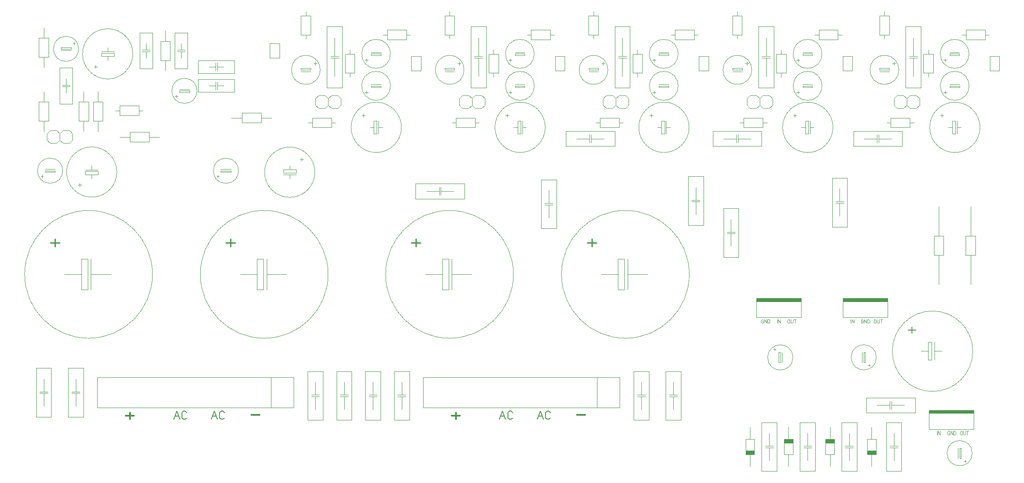
<source format=gbr>
%FSLAX32Y32*%
%MOMM*%
%LNSILKSCREEN1*%
G71*
G01*
%ADD10C, 0.10*%
%ADD11C, 0.11*%
%ADD12C, 0.22*%
%ADD13C, 0.20*%
%ADD14C, 0.33*%
%ADD15C, 0.09*%
%ADD16C, 0.19*%
%LPD*%
G54D10*
X6573Y17397D02*
X6573Y17429D01*
X6763Y17429D01*
X6763Y17397D01*
X6573Y17397D01*
G54D10*
G75*
G01X6668Y17683D02*
G03X6668Y17683I0J-286D01*
G01*
G54D10*
X6827Y17524D02*
X6890Y17524D01*
G54D10*
X6859Y17492D02*
X6859Y17556D01*
G54D10*
X6573Y17365D02*
X6763Y17365D01*
G54D10*
X6572Y18474D02*
X6762Y18474D01*
X6762Y18094D01*
X6572Y18094D01*
X6572Y18474D01*
G54D10*
X6667Y18475D02*
X6667Y18554D01*
G54D10*
X6667Y18094D02*
X6667Y18015D01*
G54D10*
X7391Y18263D02*
X7089Y18263D01*
X7089Y17039D01*
X7391Y17039D01*
X7391Y18263D01*
G54D10*
X7320Y17665D02*
X7160Y17665D01*
G54D10*
X7320Y17633D02*
X7160Y17633D01*
G54D10*
X7240Y18030D02*
X7240Y17665D01*
G54D10*
X7240Y17633D02*
X7240Y17268D01*
G54D10*
X7446Y17714D02*
X7636Y17714D01*
X7636Y17334D01*
X7446Y17334D01*
X7446Y17714D01*
G54D10*
X7541Y17715D02*
X7541Y17794D01*
G54D10*
X7541Y17334D02*
X7541Y17255D01*
G54D10*
X8158Y17715D02*
X8158Y17683D01*
X7968Y17683D01*
X7968Y17715D01*
X8158Y17715D01*
G54D10*
G75*
G01X8063Y17429D02*
G03X8063Y17429I0J286D01*
G01*
G54D10*
X7904Y17588D02*
X7841Y17588D01*
G54D10*
X7872Y17620D02*
X7872Y17556D01*
G54D10*
X8158Y17747D02*
X7968Y17747D01*
G54D10*
X8159Y17079D02*
X8159Y17047D01*
X7969Y17047D01*
X7969Y17079D01*
X8159Y17079D01*
G54D10*
G75*
G01X8064Y16793D02*
G03X8064Y16793I0J286D01*
G01*
G54D10*
X7905Y16952D02*
X7842Y16952D01*
G54D10*
X7873Y16984D02*
X7873Y16920D01*
G54D10*
X8159Y17111D02*
X7969Y17111D01*
G54D10*
X8113Y16254D02*
X8192Y16254D01*
G54D10*
X8018Y16254D02*
X7938Y16254D01*
G54D10*
X8080Y16381D02*
X8080Y16127D01*
X8017Y16127D01*
X8017Y16381D01*
X8080Y16381D01*
G54D10*
X7811Y16461D02*
X7811Y16524D01*
G54D10*
X7843Y16493D02*
X7779Y16493D01*
G54D10*
X8112Y16127D02*
X8112Y16381D01*
G54D10*
G75*
G01X7567Y16254D02*
G03X7567Y16254I500J0D01*
G01*
G54D10*
X6795Y16252D02*
X6795Y16442D01*
X7175Y16442D01*
X7175Y16252D01*
X6795Y16252D01*
G54D10*
X6794Y16347D02*
X6715Y16347D01*
G54D10*
X7175Y16347D02*
X7254Y16347D01*
G54D10*
X8953Y17666D02*
X8953Y17380D01*
X8763Y17380D01*
X8763Y17666D01*
X8953Y17666D01*
G54D10*
X8287Y18000D02*
X8287Y18190D01*
X8667Y18190D01*
X8667Y18000D01*
X8287Y18000D01*
G54D10*
X8286Y18095D02*
X8207Y18095D01*
G54D10*
X8667Y18095D02*
X8746Y18095D01*
G54D11*
X2063Y17897D02*
X2063Y17950D01*
G54D11*
X2041Y17924D02*
X2085Y17924D01*
G54D10*
G75*
G01X1904Y18064D02*
G03X1904Y18064I0J-250D01*
G01*
G54D10*
X1804Y17784D02*
X2004Y17784D01*
G54D10*
X1804Y17814D02*
X2004Y17814D01*
X2004Y17844D01*
X1804Y17844D01*
X1804Y17814D01*
G54D10*
X2031Y17437D02*
X1777Y17437D01*
X1777Y16721D01*
X2031Y16721D01*
X2031Y17437D01*
G54D10*
X1984Y17095D02*
X1824Y17095D01*
G54D10*
X1984Y17063D02*
X1824Y17063D01*
G54D10*
X1904Y17222D02*
X1904Y17095D01*
G54D10*
X1904Y17063D02*
X1904Y16936D01*
G54D10*
X2731Y17761D02*
X2731Y17840D01*
G54D10*
X2731Y17666D02*
X2731Y17586D01*
G54D10*
X2604Y17728D02*
X2858Y17728D01*
X2858Y17665D01*
X2604Y17665D01*
X2604Y17728D01*
G54D10*
X2524Y17459D02*
X2461Y17459D01*
G54D10*
X2492Y17491D02*
X2492Y17427D01*
G54D10*
X2858Y17760D02*
X2604Y17760D01*
G54D10*
G75*
G01X2731Y17215D02*
G03X2731Y17215I0J500D01*
G01*
G54D10*
X3619Y18136D02*
X3365Y18136D01*
X3365Y17420D01*
X3619Y17420D01*
X3619Y18136D01*
G54D10*
X3572Y17794D02*
X3412Y17794D01*
G54D10*
X3572Y17762D02*
X3412Y17762D01*
G54D10*
X3492Y17921D02*
X3492Y17794D01*
G54D10*
X3492Y17762D02*
X3492Y17635D01*
G54D10*
X4317Y18136D02*
X4063Y18136D01*
X4063Y17420D01*
X4317Y17420D01*
X4317Y18136D01*
G54D10*
X4270Y17794D02*
X4110Y17794D01*
G54D10*
X4270Y17762D02*
X4110Y17762D01*
G54D10*
X4190Y17921D02*
X4190Y17794D01*
G54D10*
X4190Y17762D02*
X4190Y17635D01*
G54D10*
X5248Y16954D02*
X5248Y17208D01*
X4532Y17208D01*
X4532Y16954D01*
X5248Y16954D01*
G54D10*
X4906Y17001D02*
X4906Y17161D01*
G54D10*
X4874Y17001D02*
X4874Y17161D01*
G54D10*
X5033Y17081D02*
X4906Y17081D01*
G54D10*
X4874Y17081D02*
X4747Y17081D01*
G54D10*
X2445Y16760D02*
X2635Y16760D01*
X2635Y16380D01*
X2445Y16380D01*
X2445Y16760D01*
G54D10*
X2540Y16761D02*
X2540Y16967D01*
G54D10*
X2540Y16173D02*
X2540Y16379D01*
G54D10*
X1366Y18031D02*
X1556Y18031D01*
X1556Y17651D01*
X1366Y17651D01*
X1366Y18031D01*
G54D10*
X1461Y18032D02*
X1461Y18238D01*
G54D10*
X1461Y17444D02*
X1461Y17650D01*
G54D10*
X1366Y16760D02*
X1556Y16760D01*
X1556Y16380D01*
X1366Y16380D01*
X1366Y16760D01*
G54D10*
X1461Y16761D02*
X1461Y16967D01*
G54D10*
X1461Y16173D02*
X1461Y16379D01*
G54D10*
X3780Y17966D02*
X3970Y17966D01*
X3970Y17586D01*
X3780Y17586D01*
X3780Y17966D01*
G54D10*
X3875Y17967D02*
X3875Y18173D01*
G54D10*
X3875Y17379D02*
X3875Y17585D01*
G54D10*
X3555Y16157D02*
X3555Y15967D01*
X3175Y15967D01*
X3175Y16157D01*
X3555Y16157D01*
G54D10*
X3556Y16062D02*
X3762Y16062D01*
G54D10*
X2968Y16062D02*
X3174Y16062D01*
G54D10*
X2349Y16381D02*
X2159Y16381D01*
X2159Y16761D01*
X2349Y16761D01*
X2349Y16381D01*
G54D10*
X2254Y16380D02*
X2254Y16174D01*
G54D10*
X2254Y16968D02*
X2254Y16762D01*
G54D10*
X2398Y13332D02*
X2795Y13332D01*
G54D10*
X2207Y13332D02*
X1873Y13332D01*
G54D10*
X2333Y13634D02*
X2333Y13030D01*
X2206Y13030D01*
X2206Y13634D01*
X2333Y13634D01*
G54D10*
X2398Y13031D02*
X2398Y13635D01*
G54D10*
G75*
G01X1081Y13332D02*
G03X1081Y13332I1270J0D01*
G01*
G54D12*
X1589Y13958D02*
X1776Y13958D01*
G54D12*
X1682Y13880D02*
X1682Y14036D01*
G54D10*
X5888Y13332D02*
X6285Y13332D01*
G54D10*
X5697Y13332D02*
X5363Y13332D01*
G54D10*
X5823Y13634D02*
X5823Y13030D01*
X5696Y13030D01*
X5696Y13634D01*
X5823Y13634D01*
G54D10*
X5888Y13031D02*
X5888Y13635D01*
G54D10*
G75*
G01X4571Y13332D02*
G03X4571Y13332I1270J0D01*
G01*
G54D12*
X5079Y13958D02*
X5266Y13958D01*
G54D12*
X5172Y13880D02*
X5172Y14036D01*
G54D10*
X9570Y13332D02*
X9967Y13332D01*
G54D10*
X9379Y13332D02*
X9045Y13332D01*
G54D10*
X9505Y13634D02*
X9505Y13030D01*
X9378Y13030D01*
X9378Y13634D01*
X9505Y13634D01*
G54D10*
X9570Y13031D02*
X9570Y13635D01*
G54D10*
G75*
G01X8253Y13332D02*
G03X8253Y13332I1270J0D01*
G01*
G54D12*
X8761Y13958D02*
X8948Y13958D01*
G54D12*
X8854Y13880D02*
X8854Y14036D01*
G54D10*
X13064Y13332D02*
X13461Y13332D01*
G54D10*
X12873Y13332D02*
X12539Y13332D01*
G54D10*
X12999Y13634D02*
X12999Y13030D01*
X12872Y13030D01*
X12872Y13634D01*
X12999Y13634D01*
G54D10*
X13064Y13031D02*
X13064Y13635D01*
G54D10*
G75*
G01X11747Y13332D02*
G03X11747Y13332I1270J0D01*
G01*
G54D12*
X12255Y13958D02*
X12442Y13958D01*
G54D12*
X12348Y13880D02*
X12348Y14036D01*
G54D13*
X4042Y10452D02*
X4102Y10612D01*
X4162Y10452D01*
G54D13*
X4066Y10512D02*
X4138Y10512D01*
G54D13*
X4302Y10482D02*
X4290Y10462D01*
X4266Y10452D01*
X4242Y10452D01*
X4218Y10462D01*
X4206Y10482D01*
X4206Y10582D01*
X4218Y10602D01*
X4242Y10612D01*
X4266Y10612D01*
X4290Y10602D01*
X4302Y10582D01*
G54D13*
X4792Y10452D02*
X4852Y10612D01*
X4912Y10452D01*
G54D13*
X4816Y10512D02*
X4888Y10512D01*
G54D13*
X5052Y10482D02*
X5040Y10462D01*
X5016Y10452D01*
X4992Y10452D01*
X4968Y10462D01*
X4956Y10482D01*
X4956Y10582D01*
X4968Y10602D01*
X4992Y10612D01*
X5016Y10612D01*
X5040Y10602D01*
X5052Y10582D01*
G54D14*
X3092Y10519D02*
X3252Y10519D01*
G54D14*
X3172Y10585D02*
X3172Y10452D01*
G54D14*
X5584Y10541D02*
X5744Y10541D01*
G54D10*
X2526Y11283D02*
X6426Y11283D01*
X6426Y10683D01*
X2526Y10683D01*
X2526Y11283D01*
G54D10*
X5976Y11283D02*
X5976Y10683D01*
G54D10*
X6921Y16889D02*
X6858Y16826D01*
X6858Y16698D01*
X6921Y16635D01*
X7049Y16635D01*
X7112Y16698D01*
X7112Y16826D01*
X7049Y16889D01*
X6921Y16889D01*
G54D10*
X7175Y16889D02*
X7112Y16826D01*
X7112Y16698D01*
X7175Y16635D01*
X7303Y16635D01*
X7366Y16698D01*
X7366Y16826D01*
X7303Y16889D01*
X7175Y16889D01*
G54D13*
X10517Y10452D02*
X10577Y10612D01*
X10637Y10452D01*
G54D13*
X10541Y10512D02*
X10613Y10512D01*
G54D13*
X10777Y10482D02*
X10765Y10462D01*
X10741Y10452D01*
X10717Y10452D01*
X10693Y10462D01*
X10681Y10482D01*
X10681Y10582D01*
X10693Y10602D01*
X10717Y10612D01*
X10741Y10612D01*
X10765Y10602D01*
X10777Y10582D01*
G54D13*
X11267Y10452D02*
X11327Y10612D01*
X11387Y10452D01*
G54D13*
X11291Y10512D02*
X11363Y10512D01*
G54D13*
X11527Y10482D02*
X11515Y10462D01*
X11491Y10452D01*
X11467Y10452D01*
X11443Y10462D01*
X11431Y10482D01*
X11431Y10582D01*
X11443Y10602D01*
X11467Y10612D01*
X11491Y10612D01*
X11515Y10602D01*
X11527Y10582D01*
G54D14*
X9567Y10519D02*
X9727Y10519D01*
G54D14*
X9647Y10585D02*
X9647Y10452D01*
G54D14*
X12059Y10541D02*
X12219Y10541D01*
G54D10*
X9001Y11283D02*
X12901Y11283D01*
X12901Y10683D01*
X9001Y10683D01*
X9001Y11283D01*
G54D10*
X12451Y11283D02*
X12451Y10683D01*
G54D10*
X7008Y11405D02*
X6706Y11405D01*
X6706Y10435D01*
X7008Y10435D01*
X7008Y11405D01*
G54D10*
X6937Y10935D02*
X6777Y10935D01*
G54D10*
X6937Y10903D02*
X6777Y10903D01*
G54D10*
X6857Y11189D02*
X6857Y10935D01*
G54D10*
X6857Y10903D02*
X6857Y10649D01*
G54D10*
X2249Y11469D02*
X1947Y11469D01*
X1947Y10499D01*
X2249Y10499D01*
X2249Y11469D01*
G54D10*
X2178Y10999D02*
X2018Y10999D01*
G54D10*
X2178Y10967D02*
X2018Y10967D01*
G54D10*
X2098Y11253D02*
X2098Y10999D01*
G54D10*
X2098Y10967D02*
X2098Y10713D01*
G54D10*
X7580Y11405D02*
X7278Y11405D01*
X7278Y10435D01*
X7580Y10435D01*
X7580Y11405D01*
G54D10*
X7509Y10935D02*
X7349Y10935D01*
G54D10*
X7509Y10903D02*
X7349Y10903D01*
G54D10*
X7429Y11189D02*
X7429Y10935D01*
G54D10*
X7429Y10903D02*
X7429Y10649D01*
G54D10*
X1611Y11469D02*
X1309Y11469D01*
X1309Y10499D01*
X1611Y10499D01*
X1611Y11469D01*
G54D10*
X1540Y10999D02*
X1380Y10999D01*
G54D10*
X1540Y10967D02*
X1380Y10967D01*
G54D10*
X1460Y11253D02*
X1460Y10999D01*
G54D10*
X1460Y10967D02*
X1460Y10713D01*
G54D10*
X14121Y11405D02*
X13819Y11405D01*
X13819Y10435D01*
X14121Y10435D01*
X14121Y11405D01*
G54D10*
X14050Y10935D02*
X13890Y10935D01*
G54D10*
X14050Y10903D02*
X13890Y10903D01*
G54D10*
X13970Y11189D02*
X13970Y10935D01*
G54D10*
X13970Y10903D02*
X13970Y10649D01*
G54D10*
X13486Y11406D02*
X13184Y11406D01*
X13184Y10436D01*
X13486Y10436D01*
X13486Y11406D01*
G54D10*
X13415Y10936D02*
X13255Y10936D01*
G54D10*
X13415Y10904D02*
X13255Y10904D01*
G54D10*
X13335Y11190D02*
X13335Y10936D01*
G54D10*
X13335Y10904D02*
X13335Y10650D01*
G54D10*
X8724Y11406D02*
X8422Y11406D01*
X8422Y10436D01*
X8724Y10436D01*
X8724Y11406D01*
G54D10*
X8653Y10936D02*
X8493Y10936D01*
G54D10*
X8653Y10904D02*
X8493Y10904D01*
G54D10*
X8573Y11190D02*
X8573Y10936D01*
G54D10*
X8573Y10904D02*
X8573Y10650D01*
G54D10*
X8153Y11406D02*
X7851Y11406D01*
X7851Y10436D01*
X8153Y10436D01*
X8153Y11406D01*
G54D10*
X8082Y10936D02*
X7922Y10936D01*
G54D10*
X8082Y10904D02*
X7922Y10904D01*
G54D10*
X8002Y11190D02*
X8002Y10936D01*
G54D10*
X8002Y10904D02*
X8002Y10650D01*
G54D10*
X14964Y13673D02*
X15266Y13673D01*
X15266Y14643D01*
X14964Y14643D01*
X14964Y13673D01*
G54D10*
X15035Y14143D02*
X15195Y14143D01*
G54D10*
X15035Y14175D02*
X15195Y14175D01*
G54D10*
X15115Y13889D02*
X15115Y14143D01*
G54D10*
X15115Y14175D02*
X15115Y14429D01*
G54D10*
X9819Y14835D02*
X9819Y15137D01*
X8849Y15137D01*
X8849Y14835D01*
X9819Y14835D01*
G54D10*
X9349Y14906D02*
X9349Y15066D01*
G54D10*
X9317Y14906D02*
X9317Y15066D01*
G54D10*
X9603Y14986D02*
X9349Y14986D01*
G54D10*
X9317Y14986D02*
X9063Y14986D01*
G54D10*
G36*
X15621Y12793D02*
X16509Y12793D01*
X16509Y12857D01*
X15621Y12857D01*
X15621Y12793D01*
G37*
X15621Y12793D02*
X16509Y12793D01*
X16509Y12857D01*
X15621Y12857D01*
X15621Y12793D01*
X15621Y12793D01*
G54D10*
X15621Y12857D02*
X15621Y12477D01*
X16511Y12477D01*
X16511Y12857D01*
X15621Y12857D01*
G54D15*
X16034Y12364D02*
X16034Y12435D01*
G54D15*
X16054Y12364D02*
X16054Y12435D01*
X16097Y12364D01*
X16097Y12435D01*
G54D15*
X15737Y12400D02*
X15759Y12400D01*
X15759Y12377D01*
X15753Y12368D01*
X15743Y12364D01*
X15732Y12364D01*
X15721Y12368D01*
X15716Y12377D01*
X15716Y12422D01*
X15721Y12431D01*
X15732Y12435D01*
X15743Y12435D01*
X15753Y12431D01*
X15759Y12422D01*
G54D15*
X15779Y12364D02*
X15779Y12435D01*
X15822Y12364D01*
X15822Y12435D01*
G54D15*
X15842Y12364D02*
X15842Y12435D01*
X15869Y12435D01*
X15879Y12431D01*
X15885Y12422D01*
X15885Y12377D01*
X15879Y12368D01*
X15869Y12364D01*
X15842Y12364D01*
G54D15*
X16283Y12422D02*
X16283Y12377D01*
X16277Y12368D01*
X16267Y12364D01*
X16256Y12364D01*
X16245Y12368D01*
X16240Y12377D01*
X16240Y12422D01*
X16245Y12431D01*
X16256Y12435D01*
X16267Y12435D01*
X16277Y12431D01*
X16283Y12422D01*
G54D15*
X16303Y12435D02*
X16303Y12377D01*
X16308Y12368D01*
X16319Y12364D01*
X16330Y12364D01*
X16340Y12368D01*
X16346Y12377D01*
X16346Y12435D01*
G54D15*
X16387Y12364D02*
X16387Y12435D01*
G54D15*
X16366Y12435D02*
X16409Y12435D01*
G54D10*
G36*
X17335Y12793D02*
X18223Y12793D01*
X18223Y12857D01*
X17335Y12857D01*
X17335Y12793D01*
G37*
X17335Y12793D02*
X18223Y12793D01*
X18223Y12857D01*
X17335Y12857D01*
X17335Y12793D01*
X17335Y12793D01*
G54D10*
X17335Y12857D02*
X17335Y12477D01*
X18225Y12477D01*
X18225Y12857D01*
X17335Y12857D01*
G54D15*
X17494Y12364D02*
X17494Y12435D01*
G54D15*
X17514Y12364D02*
X17514Y12435D01*
X17557Y12364D01*
X17557Y12435D01*
G54D15*
X17721Y12400D02*
X17743Y12400D01*
X17743Y12377D01*
X17737Y12368D01*
X17727Y12364D01*
X17716Y12364D01*
X17705Y12368D01*
X17700Y12377D01*
X17700Y12422D01*
X17705Y12431D01*
X17716Y12435D01*
X17727Y12435D01*
X17737Y12431D01*
X17743Y12422D01*
G54D15*
X17763Y12364D02*
X17763Y12435D01*
X17806Y12364D01*
X17806Y12435D01*
G54D15*
X17826Y12364D02*
X17826Y12435D01*
X17853Y12435D01*
X17863Y12431D01*
X17869Y12422D01*
X17869Y12377D01*
X17863Y12368D01*
X17853Y12364D01*
X17826Y12364D01*
G54D15*
X17997Y12422D02*
X17997Y12377D01*
X17991Y12368D01*
X17981Y12364D01*
X17970Y12364D01*
X17959Y12368D01*
X17954Y12377D01*
X17954Y12422D01*
X17959Y12431D01*
X17970Y12435D01*
X17981Y12435D01*
X17991Y12431D01*
X17997Y12422D01*
G54D15*
X18017Y12435D02*
X18017Y12377D01*
X18022Y12368D01*
X18033Y12364D01*
X18044Y12364D01*
X18054Y12368D01*
X18060Y12377D01*
X18060Y12435D01*
G54D15*
X18101Y12364D02*
X18101Y12435D01*
G54D15*
X18080Y12435D02*
X18123Y12435D01*
G54D10*
X19147Y14095D02*
X19337Y14095D01*
X19337Y13715D01*
X19147Y13715D01*
X19147Y14095D01*
G54D10*
X19242Y14096D02*
X19242Y14683D01*
G54D10*
X19242Y13127D02*
X19242Y13714D01*
G54D10*
X19781Y14095D02*
X19971Y14095D01*
X19971Y13715D01*
X19781Y13715D01*
X19781Y14095D01*
G54D10*
X19876Y14096D02*
X19876Y14683D01*
G54D10*
X19876Y13127D02*
X19876Y13714D01*
G54D11*
X16011Y11840D02*
X15958Y11840D01*
G54D11*
X15984Y11818D02*
X15984Y11862D01*
G54D10*
G75*
G01X15844Y11681D02*
G03X15844Y11681I250J0D01*
G01*
G54D10*
X16124Y11581D02*
X16124Y11781D01*
G54D10*
X16094Y11581D02*
X16094Y11781D01*
X16064Y11781D01*
X16064Y11581D01*
X16094Y11581D01*
G54D11*
X17836Y11523D02*
X17889Y11523D01*
G54D11*
X17863Y11545D02*
X17863Y11501D01*
G54D10*
G75*
G01X18003Y11682D02*
G03X18003Y11682I-250J0D01*
G01*
G54D10*
X17723Y11782D02*
X17723Y11582D01*
G54D10*
X17753Y11782D02*
X17753Y11582D01*
X17783Y11582D01*
X17783Y11782D01*
X17753Y11782D01*
G54D10*
X5248Y17333D02*
X5248Y17587D01*
X4532Y17587D01*
X4532Y17333D01*
X5248Y17333D01*
G54D10*
X4906Y17380D02*
X4906Y17540D01*
G54D10*
X4874Y17380D02*
X4874Y17540D01*
G54D10*
X5033Y17460D02*
X4906Y17460D01*
G54D10*
X4874Y17460D02*
X4747Y17460D01*
G54D10*
X2414Y15412D02*
X2414Y15491D01*
G54D10*
X2414Y15317D02*
X2414Y15237D01*
G54D10*
X2287Y15379D02*
X2541Y15379D01*
X2541Y15316D01*
X2287Y15316D01*
X2287Y15379D01*
G54D10*
X2207Y15110D02*
X2144Y15110D01*
G54D10*
X2175Y15142D02*
X2175Y15078D01*
G54D10*
X2541Y15411D02*
X2287Y15411D01*
G54D10*
G75*
G01X2414Y14866D02*
G03X2414Y14866I0J500D01*
G01*
G54D11*
X4096Y16897D02*
X4096Y16844D01*
G54D11*
X4118Y16870D02*
X4074Y16870D01*
G54D10*
G75*
G01X4255Y16730D02*
G03X4255Y16730I0J250D01*
G01*
G54D10*
X4355Y17010D02*
X4155Y17010D01*
G54D10*
X4355Y16980D02*
X4155Y16980D01*
X4155Y16950D01*
X4355Y16950D01*
X4355Y16980D01*
G54D10*
X5398Y16349D02*
X5398Y16539D01*
X5778Y16539D01*
X5778Y16349D01*
X5398Y16349D01*
G54D10*
X5397Y16444D02*
X5191Y16444D01*
G54D10*
X5985Y16444D02*
X5779Y16444D01*
G54D10*
X6348Y15317D02*
X6348Y15238D01*
G54D10*
X6348Y15412D02*
X6348Y15492D01*
G54D10*
X6475Y15350D02*
X6221Y15350D01*
X6221Y15413D01*
X6475Y15413D01*
X6475Y15350D01*
G54D10*
X6555Y15619D02*
X6618Y15619D01*
G54D10*
X6587Y15587D02*
X6587Y15651D01*
G54D10*
X6221Y15318D02*
X6475Y15318D01*
G54D10*
G75*
G01X6348Y15863D02*
G03X6348Y15863I0J-500D01*
G01*
G54D11*
X4921Y15308D02*
X4921Y15255D01*
G54D11*
X4943Y15281D02*
X4899Y15281D01*
G54D10*
G75*
G01X5080Y15141D02*
G03X5080Y15141I0J250D01*
G01*
G54D10*
X5180Y15421D02*
X4980Y15421D01*
G54D10*
X5180Y15391D02*
X4980Y15391D01*
X4980Y15361D01*
X5180Y15361D01*
X5180Y15391D01*
G54D11*
X1428Y15310D02*
X1428Y15257D01*
G54D11*
X1450Y15283D02*
X1406Y15283D01*
G54D10*
G75*
G01X1587Y15143D02*
G03X1587Y15143I0J250D01*
G01*
G54D10*
X1687Y15423D02*
X1487Y15423D01*
G54D10*
X1687Y15393D02*
X1487Y15393D01*
X1487Y15363D01*
X1687Y15363D01*
X1687Y15393D01*
G54D10*
X1587Y16191D02*
X1524Y16128D01*
X1524Y16000D01*
X1587Y15937D01*
X1715Y15937D01*
X1778Y16000D01*
X1778Y16128D01*
X1715Y16191D01*
X1587Y16191D01*
G54D10*
X1841Y16191D02*
X1778Y16128D01*
X1778Y16000D01*
X1841Y15937D01*
X1969Y15937D01*
X2032Y16000D01*
X2032Y16128D01*
X1969Y16191D01*
X1841Y16191D01*
G54D10*
X5952Y17635D02*
X5952Y17921D01*
X6142Y17921D01*
X6142Y17635D01*
X5952Y17635D01*
G54D10*
X2969Y16492D02*
X2969Y16682D01*
X3349Y16682D01*
X3349Y16492D01*
X2969Y16492D01*
G54D10*
X2968Y16587D02*
X2889Y16587D01*
G54D10*
X3349Y16587D02*
X3428Y16587D01*
G54D10*
X15407Y9752D02*
X15581Y9752D01*
X15581Y10056D01*
X15407Y10056D01*
X15407Y9752D01*
G54D10*
G36*
X15408Y9753D02*
X15575Y9753D01*
X15575Y9825D01*
X15408Y9825D01*
X15408Y9753D01*
G37*
X15408Y9753D02*
X15575Y9753D01*
X15575Y9825D01*
X15408Y9825D01*
X15408Y9753D01*
X15408Y9753D01*
G54D10*
X15494Y9515D02*
X15494Y9753D01*
G54D10*
X15494Y10055D02*
X15494Y10293D01*
G54D10*
X16345Y10056D02*
X16171Y10056D01*
X16171Y9752D01*
X16345Y9752D01*
X16345Y10056D01*
G54D10*
G36*
X16344Y10055D02*
X16177Y10055D01*
X16177Y9983D01*
X16344Y9983D01*
X16344Y10055D01*
G37*
X16344Y10055D02*
X16177Y10055D01*
X16177Y9983D01*
X16344Y9983D01*
X16344Y10055D01*
X16344Y10055D01*
G54D10*
X16258Y10293D02*
X16258Y10055D01*
G54D10*
X16258Y9753D02*
X16258Y9515D01*
G54D10*
X17821Y9752D02*
X17995Y9752D01*
X17995Y10056D01*
X17821Y10056D01*
X17821Y9752D01*
G54D10*
G36*
X17822Y9753D02*
X17989Y9753D01*
X17989Y9825D01*
X17822Y9825D01*
X17822Y9753D01*
G37*
X17822Y9753D02*
X17989Y9753D01*
X17989Y9825D01*
X17822Y9825D01*
X17822Y9753D01*
X17822Y9753D01*
G54D10*
X17908Y9515D02*
X17908Y9753D01*
G54D10*
X17908Y10055D02*
X17908Y10293D01*
G54D10*
X17169Y10056D02*
X16995Y10056D01*
X16995Y9752D01*
X17169Y9752D01*
X17169Y10056D01*
G54D10*
G36*
X17168Y10055D02*
X17001Y10055D01*
X17001Y9983D01*
X17168Y9983D01*
X17168Y10055D01*
G37*
X17168Y10055D02*
X17001Y10055D01*
X17001Y9983D01*
X17168Y9983D01*
X17168Y10055D01*
X17168Y10055D01*
G54D10*
X17082Y10293D02*
X17082Y10055D01*
G54D10*
X17082Y9753D02*
X17082Y9515D01*
G54D10*
X16026Y10389D02*
X15724Y10389D01*
X15724Y9419D01*
X16026Y9419D01*
X16026Y10389D01*
G54D10*
X15955Y9919D02*
X15795Y9919D01*
G54D10*
X15955Y9887D02*
X15795Y9887D01*
G54D10*
X15875Y10173D02*
X15875Y9919D01*
G54D10*
X15875Y9887D02*
X15875Y9633D01*
G54D10*
X16788Y10389D02*
X16486Y10389D01*
X16486Y9419D01*
X16788Y9419D01*
X16788Y10389D01*
G54D10*
X16717Y9919D02*
X16557Y9919D01*
G54D10*
X16717Y9887D02*
X16557Y9887D01*
G54D10*
X16637Y10173D02*
X16637Y9919D01*
G54D10*
X16637Y9887D02*
X16637Y9633D01*
G54D10*
X17614Y10389D02*
X17312Y10389D01*
X17312Y9419D01*
X17614Y9419D01*
X17614Y10389D01*
G54D10*
X17543Y9919D02*
X17383Y9919D01*
G54D10*
X17543Y9887D02*
X17383Y9887D01*
G54D10*
X17463Y10173D02*
X17463Y9919D01*
G54D10*
X17463Y9887D02*
X17463Y9633D01*
G54D10*
X18502Y10388D02*
X18200Y10388D01*
X18200Y9418D01*
X18502Y9418D01*
X18502Y10388D01*
G54D10*
X18431Y9918D02*
X18271Y9918D01*
G54D10*
X18431Y9886D02*
X18271Y9886D01*
G54D10*
X18351Y10172D02*
X18351Y9918D01*
G54D10*
X18351Y9886D02*
X18351Y9632D01*
G54D10*
X19162Y11808D02*
X19305Y11808D01*
G54D10*
X19035Y11808D02*
X18891Y11808D01*
G54D10*
X19097Y11983D02*
X19097Y11633D01*
X19034Y11633D01*
X19034Y11983D01*
X19097Y11983D01*
G54D10*
X19162Y11634D02*
X19162Y11984D01*
G54D10*
G75*
G01X18320Y11804D02*
G03X18320Y11804I800J0D01*
G01*
G54D16*
X18790Y12227D02*
X18630Y12227D01*
G54D16*
X18710Y12161D02*
X18710Y12294D01*
G54D10*
G36*
X19049Y10571D02*
X19937Y10571D01*
X19937Y10635D01*
X19049Y10635D01*
X19049Y10571D01*
G37*
X19049Y10571D02*
X19937Y10571D01*
X19937Y10635D01*
X19049Y10635D01*
X19049Y10571D01*
X19049Y10571D01*
G54D10*
X19049Y10635D02*
X19049Y10255D01*
X19939Y10255D01*
X19939Y10635D01*
X19049Y10635D01*
G54D15*
X19208Y10142D02*
X19208Y10213D01*
G54D15*
X19228Y10142D02*
X19228Y10213D01*
X19271Y10142D01*
X19271Y10213D01*
G54D15*
X19435Y10178D02*
X19457Y10178D01*
X19457Y10155D01*
X19451Y10146D01*
X19441Y10142D01*
X19430Y10142D01*
X19419Y10146D01*
X19414Y10155D01*
X19414Y10200D01*
X19419Y10209D01*
X19430Y10213D01*
X19441Y10213D01*
X19451Y10209D01*
X19457Y10200D01*
G54D15*
X19477Y10142D02*
X19477Y10213D01*
X19520Y10142D01*
X19520Y10213D01*
G54D15*
X19540Y10142D02*
X19540Y10213D01*
X19567Y10213D01*
X19577Y10209D01*
X19583Y10200D01*
X19583Y10155D01*
X19577Y10146D01*
X19567Y10142D01*
X19540Y10142D01*
G54D15*
X19711Y10200D02*
X19711Y10155D01*
X19705Y10146D01*
X19695Y10142D01*
X19684Y10142D01*
X19673Y10146D01*
X19668Y10155D01*
X19668Y10200D01*
X19673Y10209D01*
X19684Y10213D01*
X19695Y10213D01*
X19705Y10209D01*
X19711Y10200D01*
G54D15*
X19731Y10213D02*
X19731Y10155D01*
X19736Y10146D01*
X19747Y10142D01*
X19758Y10142D01*
X19768Y10146D01*
X19774Y10155D01*
X19774Y10213D01*
G54D15*
X19815Y10142D02*
X19815Y10213D01*
G54D15*
X19794Y10213D02*
X19837Y10213D01*
G54D10*
X18774Y10579D02*
X18774Y10881D01*
X17804Y10881D01*
X17804Y10579D01*
X18774Y10579D01*
G54D10*
X18304Y10650D02*
X18304Y10810D01*
G54D10*
X18272Y10650D02*
X18272Y10810D01*
G54D10*
X18558Y10730D02*
X18304Y10730D01*
G54D10*
X18272Y10730D02*
X18018Y10730D01*
G54D11*
X19741Y9618D02*
X19794Y9618D01*
G54D11*
X19768Y9640D02*
X19768Y9596D01*
G54D10*
G75*
G01X19908Y9777D02*
G03X19908Y9777I-250J0D01*
G01*
G54D10*
X19628Y9877D02*
X19628Y9677D01*
G54D10*
X19658Y9877D02*
X19658Y9677D01*
X19688Y9677D01*
X19688Y9877D01*
X19658Y9877D01*
G54D10*
X17549Y16180D02*
X17549Y15878D01*
X18519Y15878D01*
X18519Y16180D01*
X17549Y16180D01*
G54D10*
X18019Y16109D02*
X18019Y15949D01*
G54D10*
X18051Y16109D02*
X18051Y15949D01*
G54D10*
X17765Y16029D02*
X18019Y16029D01*
G54D10*
X18051Y16029D02*
X18305Y16029D01*
G54D10*
X14755Y16180D02*
X14755Y15878D01*
X15725Y15878D01*
X15725Y16180D01*
X14755Y16180D01*
G54D10*
X15225Y16109D02*
X15225Y15949D01*
G54D10*
X15257Y16109D02*
X15257Y15949D01*
G54D10*
X14971Y16029D02*
X15225Y16029D01*
G54D10*
X15257Y16029D02*
X15511Y16029D01*
G54D10*
X11835Y16180D02*
X11835Y15878D01*
X12805Y15878D01*
X12805Y16180D01*
X11835Y16180D01*
G54D10*
X12305Y16109D02*
X12305Y15949D01*
G54D10*
X12337Y16109D02*
X12337Y15949D01*
G54D10*
X12051Y16029D02*
X12305Y16029D01*
G54D10*
X12337Y16029D02*
X12591Y16029D01*
G54D10*
X14266Y14308D02*
X14568Y14308D01*
X14568Y15278D01*
X14266Y15278D01*
X14266Y14308D01*
G54D10*
X14337Y14778D02*
X14497Y14778D01*
G54D10*
X14337Y14810D02*
X14497Y14810D01*
G54D10*
X14417Y14524D02*
X14417Y14778D01*
G54D10*
X14417Y14810D02*
X14417Y15064D01*
G54D10*
X11345Y14244D02*
X11647Y14244D01*
X11647Y15214D01*
X11345Y15214D01*
X11345Y14244D01*
G54D10*
X11416Y14714D02*
X11576Y14714D01*
G54D10*
X11416Y14746D02*
X11576Y14746D01*
G54D10*
X11496Y14460D02*
X11496Y14714D01*
G54D10*
X11496Y14746D02*
X11496Y15000D01*
G54D10*
X17123Y14276D02*
X17425Y14276D01*
X17425Y15246D01*
X17123Y15246D01*
X17123Y14276D01*
G54D10*
X17194Y14746D02*
X17354Y14746D01*
G54D10*
X17194Y14778D02*
X17354Y14778D01*
G54D10*
X17274Y14492D02*
X17274Y14746D01*
G54D10*
X17274Y14778D02*
X17274Y15032D01*
G54D10*
X9431Y17397D02*
X9431Y17429D01*
X9621Y17429D01*
X9621Y17397D01*
X9431Y17397D01*
G54D10*
G75*
G01X9526Y17683D02*
G03X9526Y17683I0J-286D01*
G01*
G54D10*
X9685Y17524D02*
X9748Y17524D01*
G54D10*
X9717Y17492D02*
X9717Y17556D01*
G54D10*
X9431Y17365D02*
X9621Y17365D01*
G54D10*
X9430Y18474D02*
X9620Y18474D01*
X9620Y18094D01*
X9430Y18094D01*
X9430Y18474D01*
G54D10*
X9525Y18475D02*
X9525Y18554D01*
G54D10*
X9525Y18094D02*
X9525Y18015D01*
G54D10*
X10249Y18263D02*
X9947Y18263D01*
X9947Y17039D01*
X10249Y17039D01*
X10249Y18263D01*
G54D10*
X10178Y17665D02*
X10018Y17665D01*
G54D10*
X10178Y17633D02*
X10018Y17633D01*
G54D10*
X10098Y18030D02*
X10098Y17665D01*
G54D10*
X10098Y17633D02*
X10098Y17268D01*
G54D10*
X10304Y17714D02*
X10494Y17714D01*
X10494Y17334D01*
X10304Y17334D01*
X10304Y17714D01*
G54D10*
X10399Y17715D02*
X10399Y17794D01*
G54D10*
X10399Y17334D02*
X10399Y17255D01*
G54D10*
X11016Y17715D02*
X11016Y17683D01*
X10826Y17683D01*
X10826Y17715D01*
X11016Y17715D01*
G54D10*
G75*
G01X10921Y17429D02*
G03X10921Y17429I0J286D01*
G01*
G54D10*
X10762Y17588D02*
X10699Y17588D01*
G54D10*
X10730Y17620D02*
X10730Y17556D01*
G54D10*
X11016Y17747D02*
X10826Y17747D01*
G54D10*
X11017Y17079D02*
X11017Y17047D01*
X10827Y17047D01*
X10827Y17079D01*
X11017Y17079D01*
G54D10*
G75*
G01X10922Y16793D02*
G03X10922Y16793I0J286D01*
G01*
G54D10*
X10763Y16952D02*
X10700Y16952D01*
G54D10*
X10731Y16984D02*
X10731Y16920D01*
G54D10*
X11017Y17111D02*
X10827Y17111D01*
G54D10*
X10971Y16254D02*
X11050Y16254D01*
G54D10*
X10876Y16254D02*
X10796Y16254D01*
G54D10*
X10938Y16381D02*
X10938Y16127D01*
X10875Y16127D01*
X10875Y16381D01*
X10938Y16381D01*
G54D10*
X10669Y16461D02*
X10669Y16524D01*
G54D10*
X10701Y16493D02*
X10637Y16493D01*
G54D10*
X10970Y16127D02*
X10970Y16381D01*
G54D10*
G75*
G01X10425Y16254D02*
G03X10425Y16254I500J0D01*
G01*
G54D10*
X9653Y16252D02*
X9653Y16442D01*
X10033Y16442D01*
X10033Y16252D01*
X9653Y16252D01*
G54D10*
X9652Y16347D02*
X9573Y16347D01*
G54D10*
X10033Y16347D02*
X10112Y16347D01*
G54D10*
X11811Y17666D02*
X11811Y17380D01*
X11621Y17380D01*
X11621Y17666D01*
X11811Y17666D01*
G54D10*
X11145Y18000D02*
X11145Y18190D01*
X11525Y18190D01*
X11525Y18000D01*
X11145Y18000D01*
G54D10*
X11144Y18095D02*
X11065Y18095D01*
G54D10*
X11525Y18095D02*
X11604Y18095D01*
G54D10*
X9779Y16889D02*
X9716Y16826D01*
X9716Y16698D01*
X9779Y16635D01*
X9907Y16635D01*
X9970Y16698D01*
X9970Y16826D01*
X9907Y16889D01*
X9779Y16889D01*
G54D10*
X10033Y16889D02*
X9970Y16826D01*
X9970Y16698D01*
X10033Y16635D01*
X10161Y16635D01*
X10224Y16698D01*
X10224Y16826D01*
X10161Y16889D01*
X10033Y16889D01*
G54D10*
X12289Y17397D02*
X12289Y17429D01*
X12479Y17429D01*
X12479Y17397D01*
X12289Y17397D01*
G54D10*
G75*
G01X12384Y17683D02*
G03X12384Y17683I0J-286D01*
G01*
G54D10*
X12543Y17524D02*
X12606Y17524D01*
G54D10*
X12575Y17492D02*
X12575Y17556D01*
G54D10*
X12289Y17365D02*
X12479Y17365D01*
G54D10*
X12288Y18474D02*
X12478Y18474D01*
X12478Y18094D01*
X12288Y18094D01*
X12288Y18474D01*
G54D10*
X12383Y18475D02*
X12383Y18554D01*
G54D10*
X12383Y18094D02*
X12383Y18015D01*
G54D10*
X13107Y18263D02*
X12805Y18263D01*
X12805Y17039D01*
X13107Y17039D01*
X13107Y18263D01*
G54D10*
X13036Y17665D02*
X12876Y17665D01*
G54D10*
X13036Y17633D02*
X12876Y17633D01*
G54D10*
X12956Y18030D02*
X12956Y17665D01*
G54D10*
X12956Y17633D02*
X12956Y17268D01*
G54D10*
X13162Y17714D02*
X13352Y17714D01*
X13352Y17334D01*
X13162Y17334D01*
X13162Y17714D01*
G54D10*
X13257Y17715D02*
X13257Y17794D01*
G54D10*
X13257Y17334D02*
X13257Y17255D01*
G54D10*
X13874Y17715D02*
X13874Y17683D01*
X13684Y17683D01*
X13684Y17715D01*
X13874Y17715D01*
G54D10*
G75*
G01X13779Y17429D02*
G03X13779Y17429I0J286D01*
G01*
G54D10*
X13620Y17588D02*
X13557Y17588D01*
G54D10*
X13588Y17620D02*
X13588Y17556D01*
G54D10*
X13874Y17747D02*
X13684Y17747D01*
G54D10*
X13875Y17079D02*
X13875Y17047D01*
X13685Y17047D01*
X13685Y17079D01*
X13875Y17079D01*
G54D10*
G75*
G01X13780Y16793D02*
G03X13780Y16793I0J286D01*
G01*
G54D10*
X13621Y16952D02*
X13558Y16952D01*
G54D10*
X13589Y16984D02*
X13589Y16920D01*
G54D10*
X13875Y17111D02*
X13685Y17111D01*
G54D10*
X13829Y16254D02*
X13908Y16254D01*
G54D10*
X13734Y16254D02*
X13654Y16254D01*
G54D10*
X13796Y16381D02*
X13796Y16127D01*
X13733Y16127D01*
X13733Y16381D01*
X13796Y16381D01*
G54D10*
X13527Y16461D02*
X13527Y16524D01*
G54D10*
X13559Y16493D02*
X13495Y16493D01*
G54D10*
X13828Y16127D02*
X13828Y16381D01*
G54D10*
G75*
G01X13283Y16254D02*
G03X13283Y16254I500J0D01*
G01*
G54D10*
X12511Y16252D02*
X12511Y16442D01*
X12891Y16442D01*
X12891Y16252D01*
X12511Y16252D01*
G54D10*
X12510Y16347D02*
X12431Y16347D01*
G54D10*
X12891Y16347D02*
X12970Y16347D01*
G54D10*
X14669Y17666D02*
X14669Y17380D01*
X14479Y17380D01*
X14479Y17666D01*
X14669Y17666D01*
G54D10*
X14003Y18000D02*
X14003Y18190D01*
X14383Y18190D01*
X14383Y18000D01*
X14003Y18000D01*
G54D10*
X14002Y18095D02*
X13923Y18095D01*
G54D10*
X14383Y18095D02*
X14462Y18095D01*
G54D10*
X12637Y16889D02*
X12574Y16826D01*
X12574Y16698D01*
X12637Y16635D01*
X12765Y16635D01*
X12828Y16698D01*
X12828Y16826D01*
X12765Y16889D01*
X12637Y16889D01*
G54D10*
X12891Y16889D02*
X12828Y16826D01*
X12828Y16698D01*
X12891Y16635D01*
X13019Y16635D01*
X13082Y16698D01*
X13082Y16826D01*
X13019Y16889D01*
X12891Y16889D01*
G54D10*
X15147Y17397D02*
X15147Y17429D01*
X15337Y17429D01*
X15337Y17397D01*
X15147Y17397D01*
G54D10*
G75*
G01X15242Y17683D02*
G03X15242Y17683I0J-286D01*
G01*
G54D10*
X15401Y17524D02*
X15464Y17524D01*
G54D10*
X15433Y17492D02*
X15433Y17556D01*
G54D10*
X15147Y17365D02*
X15337Y17365D01*
G54D10*
X15146Y18474D02*
X15336Y18474D01*
X15336Y18094D01*
X15146Y18094D01*
X15146Y18474D01*
G54D10*
X15241Y18475D02*
X15241Y18554D01*
G54D10*
X15241Y18094D02*
X15241Y18015D01*
G54D10*
X15965Y18263D02*
X15663Y18263D01*
X15663Y17039D01*
X15965Y17039D01*
X15965Y18263D01*
G54D10*
X15894Y17665D02*
X15734Y17665D01*
G54D10*
X15894Y17633D02*
X15734Y17633D01*
G54D10*
X15814Y18030D02*
X15814Y17665D01*
G54D10*
X15814Y17633D02*
X15814Y17268D01*
G54D10*
X16020Y17714D02*
X16210Y17714D01*
X16210Y17334D01*
X16020Y17334D01*
X16020Y17714D01*
G54D10*
X16115Y17715D02*
X16115Y17794D01*
G54D10*
X16115Y17334D02*
X16115Y17255D01*
G54D10*
X16732Y17715D02*
X16732Y17683D01*
X16542Y17683D01*
X16542Y17715D01*
X16732Y17715D01*
G54D10*
G75*
G01X16637Y17429D02*
G03X16637Y17429I0J286D01*
G01*
G54D10*
X16478Y17588D02*
X16415Y17588D01*
G54D10*
X16446Y17620D02*
X16446Y17556D01*
G54D10*
X16732Y17747D02*
X16542Y17747D01*
G54D10*
X16733Y17079D02*
X16733Y17047D01*
X16543Y17047D01*
X16543Y17079D01*
X16733Y17079D01*
G54D10*
G75*
G01X16638Y16793D02*
G03X16638Y16793I0J286D01*
G01*
G54D10*
X16479Y16952D02*
X16416Y16952D01*
G54D10*
X16447Y16984D02*
X16447Y16920D01*
G54D10*
X16733Y17111D02*
X16543Y17111D01*
G54D10*
X16687Y16254D02*
X16766Y16254D01*
G54D10*
X16592Y16254D02*
X16512Y16254D01*
G54D10*
X16654Y16381D02*
X16654Y16127D01*
X16591Y16127D01*
X16591Y16381D01*
X16654Y16381D01*
G54D10*
X16385Y16461D02*
X16385Y16524D01*
G54D10*
X16417Y16493D02*
X16353Y16493D01*
G54D10*
X16686Y16127D02*
X16686Y16381D01*
G54D10*
G75*
G01X16141Y16254D02*
G03X16141Y16254I500J0D01*
G01*
G54D10*
X15369Y16252D02*
X15369Y16442D01*
X15749Y16442D01*
X15749Y16252D01*
X15369Y16252D01*
G54D10*
X15368Y16347D02*
X15289Y16347D01*
G54D10*
X15749Y16347D02*
X15828Y16347D01*
G54D10*
X17527Y17666D02*
X17527Y17380D01*
X17337Y17380D01*
X17337Y17666D01*
X17527Y17666D01*
G54D10*
X16861Y18000D02*
X16861Y18190D01*
X17241Y18190D01*
X17241Y18000D01*
X16861Y18000D01*
G54D10*
X16860Y18095D02*
X16781Y18095D01*
G54D10*
X17241Y18095D02*
X17320Y18095D01*
G54D10*
X15495Y16889D02*
X15432Y16826D01*
X15432Y16698D01*
X15495Y16635D01*
X15623Y16635D01*
X15686Y16698D01*
X15686Y16826D01*
X15623Y16889D01*
X15495Y16889D01*
G54D10*
X15749Y16889D02*
X15686Y16826D01*
X15686Y16698D01*
X15749Y16635D01*
X15877Y16635D01*
X15940Y16698D01*
X15940Y16826D01*
X15877Y16889D01*
X15749Y16889D01*
G54D10*
X18069Y17397D02*
X18069Y17429D01*
X18259Y17429D01*
X18259Y17397D01*
X18069Y17397D01*
G54D10*
G75*
G01X18164Y17683D02*
G03X18164Y17683I0J-286D01*
G01*
G54D10*
X18323Y17524D02*
X18386Y17524D01*
G54D10*
X18355Y17492D02*
X18355Y17556D01*
G54D10*
X18069Y17365D02*
X18259Y17365D01*
G54D10*
X18068Y18474D02*
X18258Y18474D01*
X18258Y18094D01*
X18068Y18094D01*
X18068Y18474D01*
G54D10*
X18163Y18475D02*
X18163Y18554D01*
G54D10*
X18163Y18094D02*
X18163Y18015D01*
G54D10*
X18887Y18263D02*
X18585Y18263D01*
X18585Y17039D01*
X18887Y17039D01*
X18887Y18263D01*
G54D10*
X18816Y17665D02*
X18656Y17665D01*
G54D10*
X18816Y17633D02*
X18656Y17633D01*
G54D10*
X18736Y18030D02*
X18736Y17665D01*
G54D10*
X18736Y17633D02*
X18736Y17268D01*
G54D10*
X18942Y17714D02*
X19132Y17714D01*
X19132Y17334D01*
X18942Y17334D01*
X18942Y17714D01*
G54D10*
X19037Y17715D02*
X19037Y17794D01*
G54D10*
X19037Y17334D02*
X19037Y17255D01*
G54D10*
X19654Y17715D02*
X19654Y17683D01*
X19464Y17683D01*
X19464Y17715D01*
X19654Y17715D01*
G54D10*
G75*
G01X19559Y17429D02*
G03X19559Y17429I0J286D01*
G01*
G54D10*
X19400Y17588D02*
X19337Y17588D01*
G54D10*
X19368Y17620D02*
X19368Y17556D01*
G54D10*
X19654Y17747D02*
X19464Y17747D01*
G54D10*
X19655Y17079D02*
X19655Y17047D01*
X19465Y17047D01*
X19465Y17079D01*
X19655Y17079D01*
G54D10*
G75*
G01X19560Y16793D02*
G03X19560Y16793I0J286D01*
G01*
G54D10*
X19401Y16952D02*
X19338Y16952D01*
G54D10*
X19369Y16984D02*
X19369Y16920D01*
G54D10*
X19655Y17111D02*
X19465Y17111D01*
G54D10*
X19609Y16254D02*
X19688Y16254D01*
G54D10*
X19514Y16254D02*
X19434Y16254D01*
G54D10*
X19576Y16381D02*
X19576Y16127D01*
X19513Y16127D01*
X19513Y16381D01*
X19576Y16381D01*
G54D10*
X19307Y16461D02*
X19307Y16524D01*
G54D10*
X19339Y16493D02*
X19275Y16493D01*
G54D10*
X19608Y16127D02*
X19608Y16381D01*
G54D10*
G75*
G01X19063Y16254D02*
G03X19063Y16254I500J0D01*
G01*
G54D10*
X18291Y16252D02*
X18291Y16442D01*
X18671Y16442D01*
X18671Y16252D01*
X18291Y16252D01*
G54D10*
X18290Y16347D02*
X18211Y16347D01*
G54D10*
X18671Y16347D02*
X18750Y16347D01*
G54D10*
X20449Y17666D02*
X20449Y17380D01*
X20259Y17380D01*
X20259Y17666D01*
X20449Y17666D01*
G54D10*
X19783Y18000D02*
X19783Y18190D01*
X20163Y18190D01*
X20163Y18000D01*
X19783Y18000D01*
G54D10*
X19782Y18095D02*
X19703Y18095D01*
G54D10*
X20163Y18095D02*
X20242Y18095D01*
G54D10*
X18417Y16889D02*
X18354Y16826D01*
X18354Y16698D01*
X18417Y16635D01*
X18545Y16635D01*
X18608Y16698D01*
X18608Y16826D01*
X18545Y16889D01*
X18417Y16889D01*
G54D10*
X18671Y16889D02*
X18608Y16826D01*
X18608Y16698D01*
X18671Y16635D01*
X18799Y16635D01*
X18862Y16698D01*
X18862Y16826D01*
X18799Y16889D01*
X18671Y16889D01*
M02*

</source>
